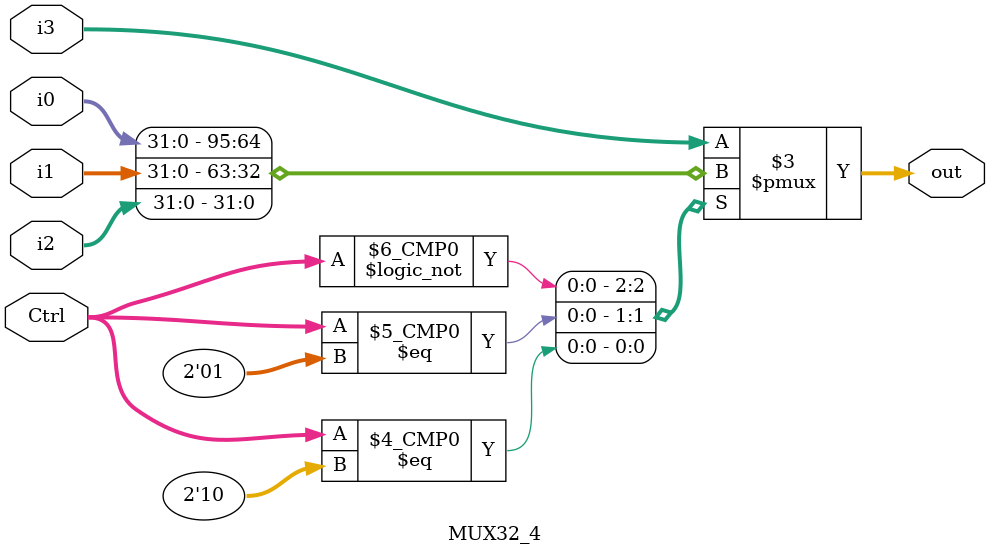
<source format=v>
`timescale 1ns/1ps
module MUX32_4 (
    input [1:0] Ctrl,
    input [31:0] i0,
    input [31:0] i1,
    input [31:0] i2,
    input [31:0] i3,
    output [31:0] out
);
    always @* begin
        case (Ctrl)
            2'b00: 
                out = i0;
            2'b01: 
                out = i1;
            2'b10: 
                out = i2;
            default: 
                out = i3;
        endcase
    end

endmodule
</source>
